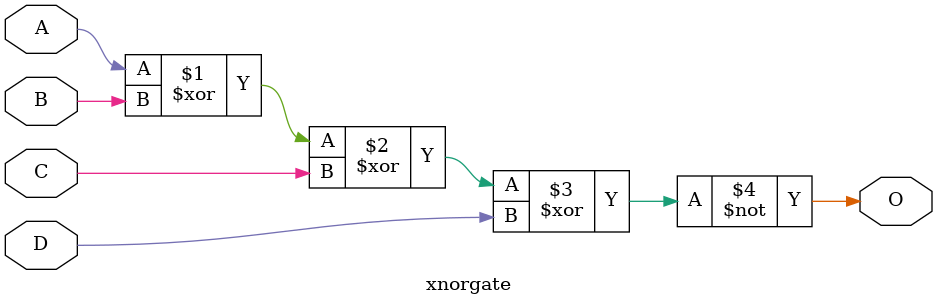
<source format=v>
`timescale 1ns / 1ps


module xnorgate(
    input A,B,C,D,
    output O
    );
xnor (O,A,B,C,D);
endmodule

</source>
